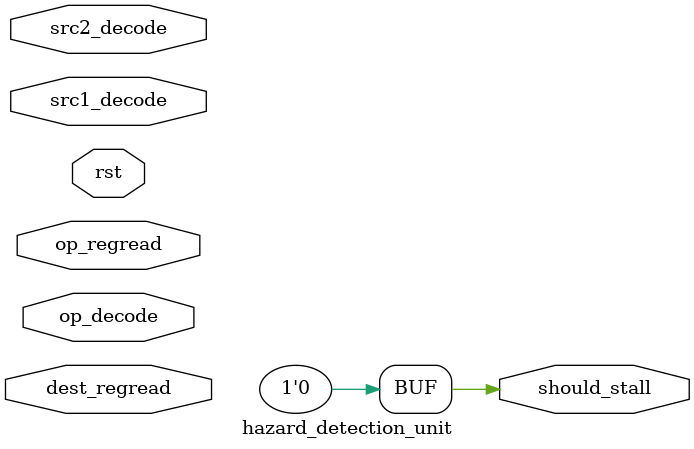
<source format=v>
module hazard_detection_unit (
    input rst,
    input [3:0] op_decode, op_regread,
    input [2:0] src1_decode, src2_decode, dest_regread,
    output reg should_stall
);
    wire src1_depend, src2_depend,temp_should_stall;
    assign src1_depend = ~(src1_decode^dest_regread);
    assign src2_depend = ~(src2_decode^dest_regread);
    assign temp_should_stall = src1_depend | src2_depend;
    
    always @(*) begin
        if(rst == 1'b1) begin
            should_stall <= 1'b0;
        end else begin
            case (op_regread)
                0100:
                    should_stall <= (src1_depend | src2_depend);
                default: 
                    should_stall <= 1'b0;
            endcase
        end
    end

endmodule

</source>
